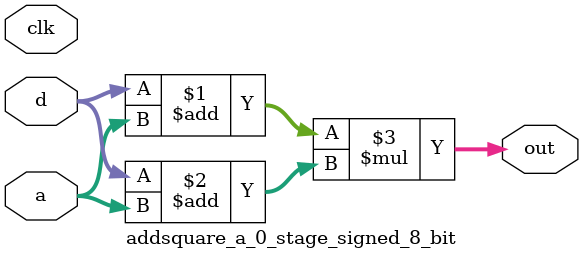
<source format=sv>
(* use_dsp = "yes" *) module addsquare_a_0_stage_signed_8_bit(
	input signed [7:0] a,
	input signed [7:0] d,
	output [7:0] out,
	input clk);

	assign out = (d + a) * (d + a);
endmodule

</source>
